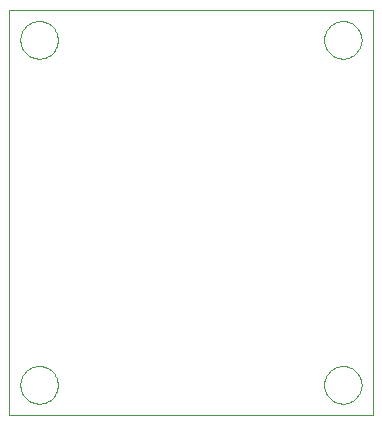
<source format=gko>
G75*
%MOIN*%
%OFA0B0*%
%FSLAX24Y24*%
%IPPOS*%
%LPD*%
%AMOC8*
5,1,8,0,0,1.08239X$1,22.5*
%
%ADD10C,0.0000*%
D10*
X000100Y000100D02*
X000100Y013596D01*
X012220Y013596D01*
X012220Y000100D01*
X000100Y000100D01*
X000475Y001100D02*
X000477Y001150D01*
X000483Y001199D01*
X000493Y001248D01*
X000506Y001295D01*
X000524Y001342D01*
X000545Y001387D01*
X000569Y001430D01*
X000597Y001471D01*
X000628Y001510D01*
X000662Y001546D01*
X000699Y001580D01*
X000739Y001610D01*
X000780Y001637D01*
X000824Y001661D01*
X000869Y001681D01*
X000916Y001697D01*
X000964Y001710D01*
X001013Y001719D01*
X001063Y001724D01*
X001112Y001725D01*
X001162Y001722D01*
X001211Y001715D01*
X001260Y001704D01*
X001307Y001690D01*
X001353Y001671D01*
X001398Y001649D01*
X001441Y001624D01*
X001481Y001595D01*
X001519Y001563D01*
X001555Y001529D01*
X001588Y001491D01*
X001617Y001451D01*
X001643Y001409D01*
X001666Y001365D01*
X001685Y001319D01*
X001701Y001272D01*
X001713Y001223D01*
X001721Y001174D01*
X001725Y001125D01*
X001725Y001075D01*
X001721Y001026D01*
X001713Y000977D01*
X001701Y000928D01*
X001685Y000881D01*
X001666Y000835D01*
X001643Y000791D01*
X001617Y000749D01*
X001588Y000709D01*
X001555Y000671D01*
X001519Y000637D01*
X001481Y000605D01*
X001441Y000576D01*
X001398Y000551D01*
X001353Y000529D01*
X001307Y000510D01*
X001260Y000496D01*
X001211Y000485D01*
X001162Y000478D01*
X001112Y000475D01*
X001063Y000476D01*
X001013Y000481D01*
X000964Y000490D01*
X000916Y000503D01*
X000869Y000519D01*
X000824Y000539D01*
X000780Y000563D01*
X000739Y000590D01*
X000699Y000620D01*
X000662Y000654D01*
X000628Y000690D01*
X000597Y000729D01*
X000569Y000770D01*
X000545Y000813D01*
X000524Y000858D01*
X000506Y000905D01*
X000493Y000952D01*
X000483Y001001D01*
X000477Y001050D01*
X000475Y001100D01*
X000475Y012600D02*
X000477Y012650D01*
X000483Y012699D01*
X000493Y012748D01*
X000506Y012795D01*
X000524Y012842D01*
X000545Y012887D01*
X000569Y012930D01*
X000597Y012971D01*
X000628Y013010D01*
X000662Y013046D01*
X000699Y013080D01*
X000739Y013110D01*
X000780Y013137D01*
X000824Y013161D01*
X000869Y013181D01*
X000916Y013197D01*
X000964Y013210D01*
X001013Y013219D01*
X001063Y013224D01*
X001112Y013225D01*
X001162Y013222D01*
X001211Y013215D01*
X001260Y013204D01*
X001307Y013190D01*
X001353Y013171D01*
X001398Y013149D01*
X001441Y013124D01*
X001481Y013095D01*
X001519Y013063D01*
X001555Y013029D01*
X001588Y012991D01*
X001617Y012951D01*
X001643Y012909D01*
X001666Y012865D01*
X001685Y012819D01*
X001701Y012772D01*
X001713Y012723D01*
X001721Y012674D01*
X001725Y012625D01*
X001725Y012575D01*
X001721Y012526D01*
X001713Y012477D01*
X001701Y012428D01*
X001685Y012381D01*
X001666Y012335D01*
X001643Y012291D01*
X001617Y012249D01*
X001588Y012209D01*
X001555Y012171D01*
X001519Y012137D01*
X001481Y012105D01*
X001441Y012076D01*
X001398Y012051D01*
X001353Y012029D01*
X001307Y012010D01*
X001260Y011996D01*
X001211Y011985D01*
X001162Y011978D01*
X001112Y011975D01*
X001063Y011976D01*
X001013Y011981D01*
X000964Y011990D01*
X000916Y012003D01*
X000869Y012019D01*
X000824Y012039D01*
X000780Y012063D01*
X000739Y012090D01*
X000699Y012120D01*
X000662Y012154D01*
X000628Y012190D01*
X000597Y012229D01*
X000569Y012270D01*
X000545Y012313D01*
X000524Y012358D01*
X000506Y012405D01*
X000493Y012452D01*
X000483Y012501D01*
X000477Y012550D01*
X000475Y012600D01*
X010600Y012600D02*
X010602Y012650D01*
X010608Y012699D01*
X010618Y012748D01*
X010631Y012795D01*
X010649Y012842D01*
X010670Y012887D01*
X010694Y012930D01*
X010722Y012971D01*
X010753Y013010D01*
X010787Y013046D01*
X010824Y013080D01*
X010864Y013110D01*
X010905Y013137D01*
X010949Y013161D01*
X010994Y013181D01*
X011041Y013197D01*
X011089Y013210D01*
X011138Y013219D01*
X011188Y013224D01*
X011237Y013225D01*
X011287Y013222D01*
X011336Y013215D01*
X011385Y013204D01*
X011432Y013190D01*
X011478Y013171D01*
X011523Y013149D01*
X011566Y013124D01*
X011606Y013095D01*
X011644Y013063D01*
X011680Y013029D01*
X011713Y012991D01*
X011742Y012951D01*
X011768Y012909D01*
X011791Y012865D01*
X011810Y012819D01*
X011826Y012772D01*
X011838Y012723D01*
X011846Y012674D01*
X011850Y012625D01*
X011850Y012575D01*
X011846Y012526D01*
X011838Y012477D01*
X011826Y012428D01*
X011810Y012381D01*
X011791Y012335D01*
X011768Y012291D01*
X011742Y012249D01*
X011713Y012209D01*
X011680Y012171D01*
X011644Y012137D01*
X011606Y012105D01*
X011566Y012076D01*
X011523Y012051D01*
X011478Y012029D01*
X011432Y012010D01*
X011385Y011996D01*
X011336Y011985D01*
X011287Y011978D01*
X011237Y011975D01*
X011188Y011976D01*
X011138Y011981D01*
X011089Y011990D01*
X011041Y012003D01*
X010994Y012019D01*
X010949Y012039D01*
X010905Y012063D01*
X010864Y012090D01*
X010824Y012120D01*
X010787Y012154D01*
X010753Y012190D01*
X010722Y012229D01*
X010694Y012270D01*
X010670Y012313D01*
X010649Y012358D01*
X010631Y012405D01*
X010618Y012452D01*
X010608Y012501D01*
X010602Y012550D01*
X010600Y012600D01*
X010600Y001100D02*
X010602Y001150D01*
X010608Y001199D01*
X010618Y001248D01*
X010631Y001295D01*
X010649Y001342D01*
X010670Y001387D01*
X010694Y001430D01*
X010722Y001471D01*
X010753Y001510D01*
X010787Y001546D01*
X010824Y001580D01*
X010864Y001610D01*
X010905Y001637D01*
X010949Y001661D01*
X010994Y001681D01*
X011041Y001697D01*
X011089Y001710D01*
X011138Y001719D01*
X011188Y001724D01*
X011237Y001725D01*
X011287Y001722D01*
X011336Y001715D01*
X011385Y001704D01*
X011432Y001690D01*
X011478Y001671D01*
X011523Y001649D01*
X011566Y001624D01*
X011606Y001595D01*
X011644Y001563D01*
X011680Y001529D01*
X011713Y001491D01*
X011742Y001451D01*
X011768Y001409D01*
X011791Y001365D01*
X011810Y001319D01*
X011826Y001272D01*
X011838Y001223D01*
X011846Y001174D01*
X011850Y001125D01*
X011850Y001075D01*
X011846Y001026D01*
X011838Y000977D01*
X011826Y000928D01*
X011810Y000881D01*
X011791Y000835D01*
X011768Y000791D01*
X011742Y000749D01*
X011713Y000709D01*
X011680Y000671D01*
X011644Y000637D01*
X011606Y000605D01*
X011566Y000576D01*
X011523Y000551D01*
X011478Y000529D01*
X011432Y000510D01*
X011385Y000496D01*
X011336Y000485D01*
X011287Y000478D01*
X011237Y000475D01*
X011188Y000476D01*
X011138Y000481D01*
X011089Y000490D01*
X011041Y000503D01*
X010994Y000519D01*
X010949Y000539D01*
X010905Y000563D01*
X010864Y000590D01*
X010824Y000620D01*
X010787Y000654D01*
X010753Y000690D01*
X010722Y000729D01*
X010694Y000770D01*
X010670Y000813D01*
X010649Y000858D01*
X010631Y000905D01*
X010618Y000952D01*
X010608Y001001D01*
X010602Y001050D01*
X010600Y001100D01*
M02*

</source>
